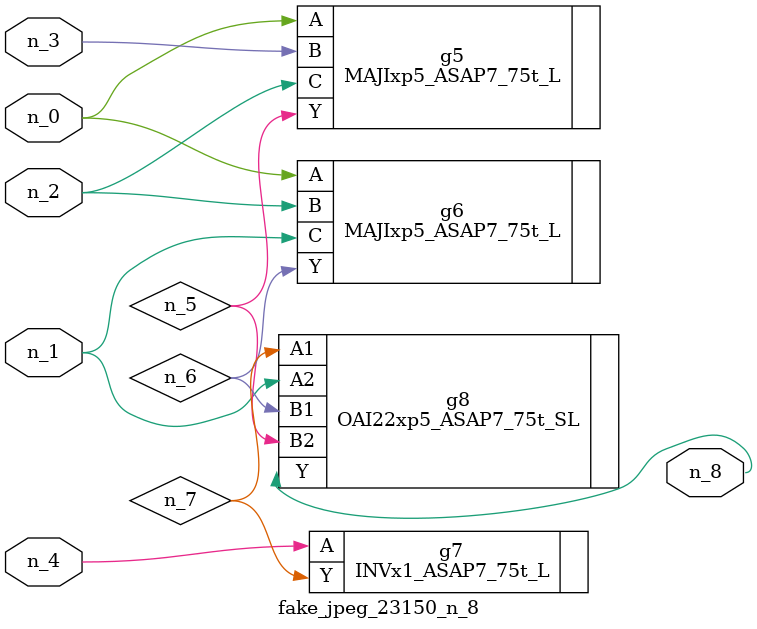
<source format=v>
module fake_jpeg_23150_n_8 (n_3, n_2, n_1, n_0, n_4, n_8);

input n_3;
input n_2;
input n_1;
input n_0;
input n_4;

output n_8;

wire n_6;
wire n_5;
wire n_7;

MAJIxp5_ASAP7_75t_L g5 ( 
.A(n_0),
.B(n_3),
.C(n_2),
.Y(n_5)
);

MAJIxp5_ASAP7_75t_L g6 ( 
.A(n_0),
.B(n_2),
.C(n_1),
.Y(n_6)
);

INVx1_ASAP7_75t_L g7 ( 
.A(n_4),
.Y(n_7)
);

OAI22xp5_ASAP7_75t_SL g8 ( 
.A1(n_7),
.A2(n_1),
.B1(n_6),
.B2(n_5),
.Y(n_8)
);


endmodule
</source>
